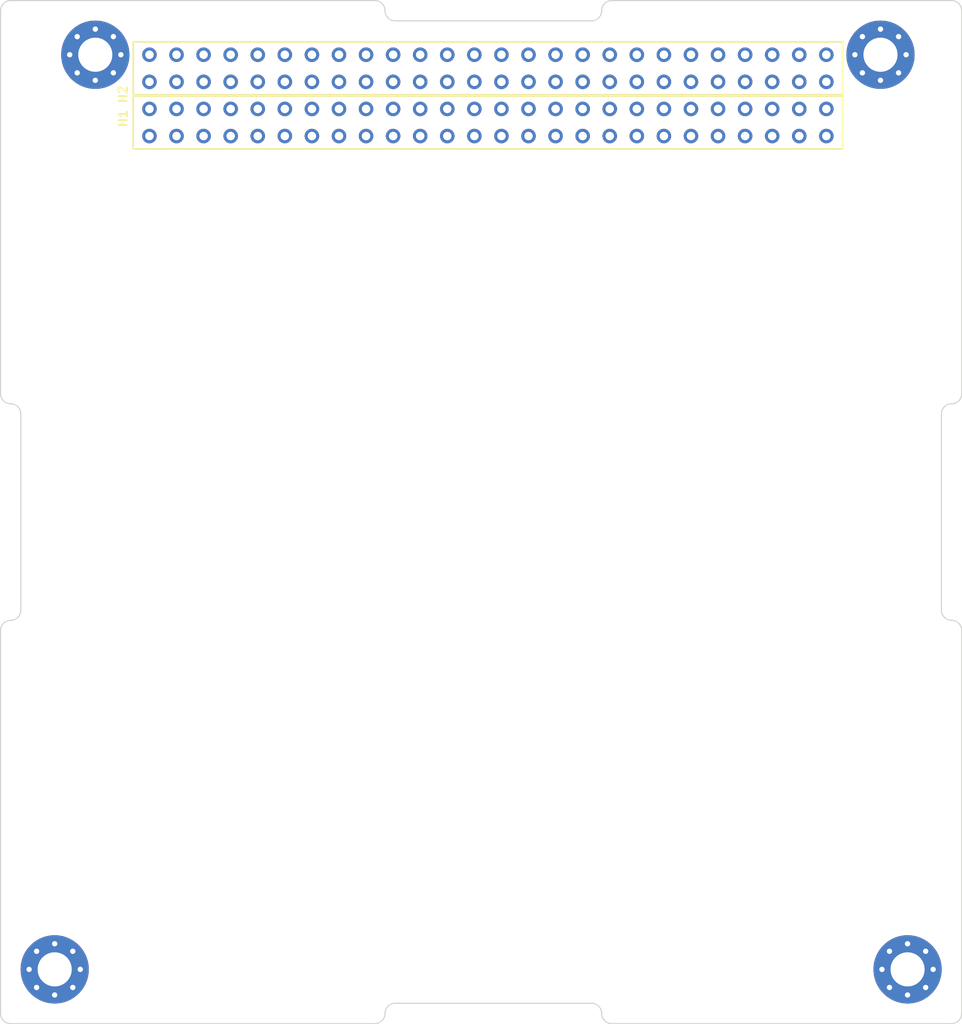
<source format=kicad_pcb>
(kicad_pcb (version 20240108) (generator "pcbnew") (generator_version "8.0")
  (layers (0 "F.Cu" signal) (31 "B.Cu" signal) (34 "B.Paste" user) (35 "F.Paste" user) (36 "B.SilkS" user "B.Silkscreen") (37 "F.SilkS" user "F.Silkscreen") (38 "B.Mask" user) (39 "F.Mask" user) (44 "Edge.Cuts" user))
  (property "PROJECTNAME" "")
  (property "SHEETTOTAL" "1")
  (net 0 "")
  (footprint "VST104_footprints:MountingHole_3.2mm_M3_Pad_Via" (layer "F.Cu") (at 189.784 48.683)
    (property "Reference" "MH2" (hide yes))
    (property "Value" "MountingHole_Pad" (hide yes))
    (pad "1" thru_hole circle (at -2.4 0) (size 0.8 0.8) (drill 0.5) (layers "*.Cu" "*.Mask"))
    (pad "1" thru_hole circle (at -1.697056 -1.697056) (size 0.8 0.8) (drill 0.5) (layers "*.Cu" "*.Mask"))
    (pad "1" thru_hole circle (at -1.697056 1.697056) (size 0.8 0.8) (drill 0.5) (layers "*.Cu" "*.Mask"))
    (pad "1" thru_hole circle (at 0 -2.4) (size 0.8 0.8) (drill 0.5) (layers "*.Cu" "*.Mask"))
    (pad "1" thru_hole circle (at 0 0) (size 6.4 6.4) (drill 3.2) (layers "*.Cu" "*.Mask"))
    (pad "1" thru_hole circle (at 0 2.4) (size 0.8 0.8) (drill 0.5) (layers "*.Cu" "*.Mask"))
    (pad "1" thru_hole circle (at 1.697056 -1.697056) (size 0.8 0.8) (drill 0.5) (layers "*.Cu" "*.Mask"))
    (pad "1" thru_hole circle (at 1.697056 1.697056) (size 0.8 0.8) (drill 0.5) (layers "*.Cu" "*.Mask"))
    (pad "1" thru_hole circle (at 2.4 0) (size 0.8 0.8) (drill 0.5) (layers "*.Cu" "*.Mask"))
  )
  (footprint "VST104_footprints:MountingHole_3.2mm_M3_Pad_Via" (layer "F.Cu") (at 192.324 134.408)
    (property "Reference" "MH3" (hide yes))
    (property "Value" "MountingHole_Pad" (hide yes))
    (pad "1" thru_hole circle (at -2.4 0) (size 0.8 0.8) (drill 0.5) (layers "*.Cu" "*.Mask"))
    (pad "1" thru_hole circle (at -1.697056 -1.697056) (size 0.8 0.8) (drill 0.5) (layers "*.Cu" "*.Mask"))
    (pad "1" thru_hole circle (at -1.697056 1.697056) (size 0.8 0.8) (drill 0.5) (layers "*.Cu" "*.Mask"))
    (pad "1" thru_hole circle (at 0 -2.4) (size 0.8 0.8) (drill 0.5) (layers "*.Cu" "*.Mask"))
    (pad "1" thru_hole circle (at 0 0) (size 6.4 6.4) (drill 3.2) (layers "*.Cu" "*.Mask"))
    (pad "1" thru_hole circle (at 0 2.4) (size 0.8 0.8) (drill 0.5) (layers "*.Cu" "*.Mask"))
    (pad "1" thru_hole circle (at 1.697056 -1.697056) (size 0.8 0.8) (drill 0.5) (layers "*.Cu" "*.Mask"))
    (pad "1" thru_hole circle (at 1.697056 1.697056) (size 0.8 0.8) (drill 0.5) (layers "*.Cu" "*.Mask"))
    (pad "1" thru_hole circle (at 2.4 0) (size 0.8 0.8) (drill 0.5) (layers "*.Cu" "*.Mask"))
  )
  (footprint "VST104_footprints:MountingHole_3.2mm_M3_Pad_Via" (layer "F.Cu") (at 116.124 48.683)
    (property "Reference" "MH1" (hide yes))
    (property "Value" "MountingHole_Pad" (hide yes))
    (pad "1" thru_hole circle (at -2.4 0) (size 0.8 0.8) (drill 0.5) (layers "*.Cu" "*.Mask"))
    (pad "1" thru_hole circle (at -1.697056 -1.697056) (size 0.8 0.8) (drill 0.5) (layers "*.Cu" "*.Mask"))
    (pad "1" thru_hole circle (at -1.697056 1.697056) (size 0.8 0.8) (drill 0.5) (layers "*.Cu" "*.Mask"))
    (pad "1" thru_hole circle (at 0 -2.4) (size 0.8 0.8) (drill 0.5) (layers "*.Cu" "*.Mask"))
    (pad "1" thru_hole circle (at 0 0) (size 6.4 6.4) (drill 3.2) (layers "*.Cu" "*.Mask"))
    (pad "1" thru_hole circle (at 0 2.4) (size 0.8 0.8) (drill 0.5) (layers "*.Cu" "*.Mask"))
    (pad "1" thru_hole circle (at 1.697056 -1.697056) (size 0.8 0.8) (drill 0.5) (layers "*.Cu" "*.Mask"))
    (pad "1" thru_hole circle (at 1.697056 1.697056) (size 0.8 0.8) (drill 0.5) (layers "*.Cu" "*.Mask"))
    (pad "1" thru_hole circle (at 2.4 0) (size 0.8 0.8) (drill 0.5) (layers "*.Cu" "*.Mask"))
  )
  (footprint "VST104_footprints:ESQ-126-39-x-D" (layer "F.Cu") (at 121.204 56.303)
    (property "Reference" "H1" (at -2.48 -1.645 90) (layer "F.SilkS") (effects (font (size 0.8 0.8) (thickness 0.16))))
    (property "Value" "Conn_02x26_Odd_Even")
    (fp_line (start -1.525 -3.745) (end -1.525 1.205) (stroke (width 0.16)) (layer "F.SilkS"))
    (fp_line (start -1.525 -3.745) (end 65.025 -3.745) (stroke (width 0.16)) (layer "F.SilkS"))
    (fp_line (start -1.525 1.205) (end 65.025 1.205) (stroke (width 0.16)) (layer "F.SilkS"))
    (fp_line (start 65.025 -3.745) (end 65.025 1.205) (stroke (width 0.16)) (layer "F.SilkS"))
    (pad "1" thru_hole circle (at 0 0) (size 1.365 1.365) (drill 0.8) (layers "*.Cu" "*.Mask") (clearance 0.2))
    (pad "2" thru_hole circle (at 0 -2.54) (size 1.365 1.365) (drill 0.8) (layers "*.Cu" "*.Mask") (clearance 0.2))
    (pad "3" thru_hole circle (at 2.54 0) (size 1.365 1.365) (drill 0.8) (layers "*.Cu" "*.Mask") (clearance 0.2))
    (pad "4" thru_hole circle (at 2.54 -2.54) (size 1.365 1.365) (drill 0.8) (layers "*.Cu" "*.Mask") (clearance 0.2))
    (pad "5" thru_hole circle (at 5.08 0) (size 1.365 1.365) (drill 0.8) (layers "*.Cu" "*.Mask") (clearance 0.2))
    (pad "6" thru_hole circle (at 5.08 -2.54) (size 1.365 1.365) (drill 0.8) (layers "*.Cu" "*.Mask") (clearance 0.2))
    (pad "7" thru_hole circle (at 7.62 0) (size 1.365 1.365) (drill 0.8) (layers "*.Cu" "*.Mask") (clearance 0.2))
    (pad "8" thru_hole circle (at 7.62 -2.54) (size 1.365 1.365) (drill 0.8) (layers "*.Cu" "*.Mask") (clearance 0.2))
    (pad "9" thru_hole circle (at 10.16 0) (size 1.365 1.365) (drill 0.8) (layers "*.Cu" "*.Mask") (clearance 0.2))
    (pad "10" thru_hole circle (at 10.16 -2.54) (size 1.365 1.365) (drill 0.8) (layers "*.Cu" "*.Mask") (clearance 0.2))
    (pad "11" thru_hole circle (at 12.7 0) (size 1.365 1.365) (drill 0.8) (layers "*.Cu" "*.Mask") (clearance 0.2))
    (pad "12" thru_hole circle (at 12.7 -2.54) (size 1.365 1.365) (drill 0.8) (layers "*.Cu" "*.Mask") (clearance 0.2))
    (pad "13" thru_hole circle (at 15.24 0) (size 1.365 1.365) (drill 0.8) (layers "*.Cu" "*.Mask") (clearance 0.2))
    (pad "14" thru_hole circle (at 15.24 -2.54) (size 1.365 1.365) (drill 0.8) (layers "*.Cu" "*.Mask") (clearance 0.2))
    (pad "15" thru_hole circle (at 17.78 0) (size 1.365 1.365) (drill 0.8) (layers "*.Cu" "*.Mask") (clearance 0.2))
    (pad "16" thru_hole circle (at 17.78 -2.54) (size 1.365 1.365) (drill 0.8) (layers "*.Cu" "*.Mask") (clearance 0.2))
    (pad "17" thru_hole circle (at 20.32 0) (size 1.365 1.365) (drill 0.8) (layers "*.Cu" "*.Mask") (clearance 0.2))
    (pad "18" thru_hole circle (at 20.32 -2.54) (size 1.365 1.365) (drill 0.8) (layers "*.Cu" "*.Mask") (clearance 0.2))
    (pad "19" thru_hole circle (at 22.86 0) (size 1.365 1.365) (drill 0.8) (layers "*.Cu" "*.Mask") (clearance 0.2))
    (pad "20" thru_hole circle (at 22.86 -2.54) (size 1.365 1.365) (drill 0.8) (layers "*.Cu" "*.Mask") (clearance 0.2))
    (pad "21" thru_hole circle (at 25.4 0) (size 1.365 1.365) (drill 0.8) (layers "*.Cu" "*.Mask") (clearance 0.2))
    (pad "22" thru_hole circle (at 25.4 -2.54) (size 1.365 1.365) (drill 0.8) (layers "*.Cu" "*.Mask") (clearance 0.2))
    (pad "23" thru_hole circle (at 27.94 0) (size 1.365 1.365) (drill 0.8) (layers "*.Cu" "*.Mask") (clearance 0.2))
    (pad "24" thru_hole circle (at 27.94 -2.54) (size 1.365 1.365) (drill 0.8) (layers "*.Cu" "*.Mask") (clearance 0.2))
    (pad "25" thru_hole circle (at 30.48 0) (size 1.365 1.365) (drill 0.8) (layers "*.Cu" "*.Mask") (clearance 0.2))
    (pad "26" thru_hole circle (at 30.48 -2.54) (size 1.365 1.365) (drill 0.8) (layers "*.Cu" "*.Mask") (clearance 0.2))
    (pad "27" thru_hole circle (at 33.02 0) (size 1.365 1.365) (drill 0.8) (layers "*.Cu" "*.Mask") (clearance 0.2))
    (pad "28" thru_hole circle (at 33.02 -2.54) (size 1.365 1.365) (drill 0.8) (layers "*.Cu" "*.Mask") (clearance 0.2))
    (pad "29" thru_hole circle (at 35.56 0) (size 1.365 1.365) (drill 0.8) (layers "*.Cu" "*.Mask") (clearance 0.2))
    (pad "30" thru_hole circle (at 35.56 -2.54) (size 1.365 1.365) (drill 0.8) (layers "*.Cu" "*.Mask") (clearance 0.2))
    (pad "31" thru_hole circle (at 38.1 0) (size 1.365 1.365) (drill 0.8) (layers "*.Cu" "*.Mask") (clearance 0.2))
    (pad "32" thru_hole circle (at 38.1 -2.54) (size 1.365 1.365) (drill 0.8) (layers "*.Cu" "*.Mask") (clearance 0.2))
    (pad "33" thru_hole circle (at 40.64 0) (size 1.365 1.365) (drill 0.8) (layers "*.Cu" "*.Mask") (clearance 0.2))
    (pad "34" thru_hole circle (at 40.64 -2.54) (size 1.365 1.365) (drill 0.8) (layers "*.Cu" "*.Mask") (clearance 0.2))
    (pad "35" thru_hole circle (at 43.18 0) (size 1.365 1.365) (drill 0.8) (layers "*.Cu" "*.Mask") (clearance 0.2))
    (pad "36" thru_hole circle (at 43.18 -2.54) (size 1.365 1.365) (drill 0.8) (layers "*.Cu" "*.Mask") (clearance 0.2))
    (pad "37" thru_hole circle (at 45.72 0) (size 1.365 1.365) (drill 0.8) (layers "*.Cu" "*.Mask") (clearance 0.2))
    (pad "38" thru_hole circle (at 45.72 -2.54) (size 1.365 1.365) (drill 0.8) (layers "*.Cu" "*.Mask") (clearance 0.2))
    (pad "39" thru_hole circle (at 48.26 0) (size 1.365 1.365) (drill 0.8) (layers "*.Cu" "*.Mask") (clearance 0.2))
    (pad "40" thru_hole circle (at 48.26 -2.54) (size 1.365 1.365) (drill 0.8) (layers "*.Cu" "*.Mask") (clearance 0.2))
    (pad "41" thru_hole circle (at 50.8 0) (size 1.365 1.365) (drill 0.8) (layers "*.Cu" "*.Mask") (clearance 0.2))
    (pad "42" thru_hole circle (at 50.8 -2.54) (size 1.365 1.365) (drill 0.8) (layers "*.Cu" "*.Mask") (clearance 0.2))
    (pad "43" thru_hole circle (at 53.34 0) (size 1.365 1.365) (drill 0.8) (layers "*.Cu" "*.Mask") (clearance 0.2))
    (pad "44" thru_hole circle (at 53.34 -2.54) (size 1.365 1.365) (drill 0.8) (layers "*.Cu" "*.Mask") (clearance 0.2))
    (pad "45" thru_hole circle (at 55.88 0) (size 1.365 1.365) (drill 0.8) (layers "*.Cu" "*.Mask") (clearance 0.2))
    (pad "46" thru_hole circle (at 55.88 -2.54) (size 1.365 1.365) (drill 0.8) (layers "*.Cu" "*.Mask") (clearance 0.2))
    (pad "47" thru_hole circle (at 58.42 0) (size 1.365 1.365) (drill 0.8) (layers "*.Cu" "*.Mask") (clearance 0.2))
    (pad "48" thru_hole circle (at 58.42 -2.54) (size 1.365 1.365) (drill 0.8) (layers "*.Cu" "*.Mask") (clearance 0.2))
    (pad "49" thru_hole circle (at 60.96 0) (size 1.365 1.365) (drill 0.8) (layers "*.Cu" "*.Mask") (clearance 0.2))
    (pad "50" thru_hole circle (at 60.96 -2.54) (size 1.365 1.365) (drill 0.8) (layers "*.Cu" "*.Mask") (clearance 0.2))
    (pad "51" thru_hole circle (at 63.5 0) (size 1.365 1.365) (drill 0.8) (layers "*.Cu" "*.Mask") (clearance 0.2))
    (pad "52" thru_hole circle (at 63.5 -2.54) (size 1.365 1.365) (drill 0.8) (layers "*.Cu" "*.Mask") (clearance 0.2))
  )
  (footprint "VST104_footprints:MountingHole_3.2mm_M3_Pad_Via" (layer "F.Cu") (at 112.314 134.408)
    (property "Reference" "MH4" (hide yes))
    (property "Value" "MountingHole_Pad" (hide yes))
    (pad "1" thru_hole circle (at -2.4 0) (size 0.8 0.8) (drill 0.5) (layers "*.Cu" "*.Mask"))
    (pad "1" thru_hole circle (at -1.697056 -1.697056) (size 0.8 0.8) (drill 0.5) (layers "*.Cu" "*.Mask"))
    (pad "1" thru_hole circle (at -1.697056 1.697056) (size 0.8 0.8) (drill 0.5) (layers "*.Cu" "*.Mask"))
    (pad "1" thru_hole circle (at 0 -2.4) (size 0.8 0.8) (drill 0.5) (layers "*.Cu" "*.Mask"))
    (pad "1" thru_hole circle (at 0 0) (size 6.4 6.4) (drill 3.2) (layers "*.Cu" "*.Mask"))
    (pad "1" thru_hole circle (at 0 2.4) (size 0.8 0.8) (drill 0.5) (layers "*.Cu" "*.Mask"))
    (pad "1" thru_hole circle (at 1.697056 -1.697056) (size 0.8 0.8) (drill 0.5) (layers "*.Cu" "*.Mask"))
    (pad "1" thru_hole circle (at 1.697056 1.697056) (size 0.8 0.8) (drill 0.5) (layers "*.Cu" "*.Mask"))
    (pad "1" thru_hole circle (at 2.4 0) (size 0.8 0.8) (drill 0.5) (layers "*.Cu" "*.Mask"))
  )
  (footprint "VST104_footprints:ESQ-126-39-x-D" (layer "F.Cu") (at 121.204 51.223)
    (property "Reference" "H2" (at -2.48 1.185 90) (layer "F.SilkS") (effects (font (size 0.8 0.8) (thickness 0.16))))
    (property "Value" "Conn_02x26_Odd_Even")
    (fp_line (start -1.525 -3.745) (end -1.525 1.205) (stroke (width 0.16)) (layer "F.SilkS"))
    (fp_line (start -1.525 -3.745) (end 65.025 -3.745) (stroke (width 0.16)) (layer "F.SilkS"))
    (fp_line (start -1.525 1.205) (end 65.025 1.205) (stroke (width 0.16)) (layer "F.SilkS"))
    (fp_line (start 65.025 -3.745) (end 65.025 1.205) (stroke (width 0.16)) (layer "F.SilkS"))
    (pad "1" thru_hole circle (at 0 0) (size 1.365 1.365) (drill 0.8) (layers "*.Cu" "*.Mask") (clearance 0.2))
    (pad "2" thru_hole circle (at 0 -2.54) (size 1.365 1.365) (drill 0.8) (layers "*.Cu" "*.Mask") (clearance 0.2))
    (pad "3" thru_hole circle (at 2.54 0) (size 1.365 1.365) (drill 0.8) (layers "*.Cu" "*.Mask") (clearance 0.2))
    (pad "4" thru_hole circle (at 2.54 -2.54) (size 1.365 1.365) (drill 0.8) (layers "*.Cu" "*.Mask") (clearance 0.2))
    (pad "5" thru_hole circle (at 5.08 0) (size 1.365 1.365) (drill 0.8) (layers "*.Cu" "*.Mask") (clearance 0.2))
    (pad "6" thru_hole circle (at 5.08 -2.54) (size 1.365 1.365) (drill 0.8) (layers "*.Cu" "*.Mask") (clearance 0.2))
    (pad "7" thru_hole circle (at 7.62 0) (size 1.365 1.365) (drill 0.8) (layers "*.Cu" "*.Mask") (clearance 0.2))
    (pad "8" thru_hole circle (at 7.62 -2.54) (size 1.365 1.365) (drill 0.8) (layers "*.Cu" "*.Mask") (clearance 0.2))
    (pad "9" thru_hole circle (at 10.16 0) (size 1.365 1.365) (drill 0.8) (layers "*.Cu" "*.Mask") (clearance 0.2))
    (pad "10" thru_hole circle (at 10.16 -2.54) (size 1.365 1.365) (drill 0.8) (layers "*.Cu" "*.Mask") (clearance 0.2))
    (pad "11" thru_hole circle (at 12.7 0) (size 1.365 1.365) (drill 0.8) (layers "*.Cu" "*.Mask") (clearance 0.2))
    (pad "12" thru_hole circle (at 12.7 -2.54) (size 1.365 1.365) (drill 0.8) (layers "*.Cu" "*.Mask") (clearance 0.2))
    (pad "13" thru_hole circle (at 15.24 0) (size 1.365 1.365) (drill 0.8) (layers "*.Cu" "*.Mask") (clearance 0.2))
    (pad "14" thru_hole circle (at 15.24 -2.54) (size 1.365 1.365) (drill 0.8) (layers "*.Cu" "*.Mask") (clearance 0.2))
    (pad "15" thru_hole circle (at 17.78 0) (size 1.365 1.365) (drill 0.8) (layers "*.Cu" "*.Mask") (clearance 0.2))
    (pad "16" thru_hole circle (at 17.78 -2.54) (size 1.365 1.365) (drill 0.8) (layers "*.Cu" "*.Mask") (clearance 0.2))
    (pad "17" thru_hole circle (at 20.32 0) (size 1.365 1.365) (drill 0.8) (layers "*.Cu" "*.Mask") (clearance 0.2))
    (pad "18" thru_hole circle (at 20.32 -2.54) (size 1.365 1.365) (drill 0.8) (layers "*.Cu" "*.Mask") (clearance 0.2))
    (pad "19" thru_hole circle (at 22.86 0) (size 1.365 1.365) (drill 0.8) (layers "*.Cu" "*.Mask") (clearance 0.2))
    (pad "20" thru_hole circle (at 22.86 -2.54) (size 1.365 1.365) (drill 0.8) (layers "*.Cu" "*.Mask") (clearance 0.2))
    (pad "21" thru_hole circle (at 25.4 0) (size 1.365 1.365) (drill 0.8) (layers "*.Cu" "*.Mask") (clearance 0.2))
    (pad "22" thru_hole circle (at 25.4 -2.54) (size 1.365 1.365) (drill 0.8) (layers "*.Cu" "*.Mask") (clearance 0.2))
    (pad "23" thru_hole circle (at 27.94 0) (size 1.365 1.365) (drill 0.8) (layers "*.Cu" "*.Mask") (clearance 0.2))
    (pad "24" thru_hole circle (at 27.94 -2.54) (size 1.365 1.365) (drill 0.8) (layers "*.Cu" "*.Mask") (clearance 0.2))
    (pad "25" thru_hole circle (at 30.48 0) (size 1.365 1.365) (drill 0.8) (layers "*.Cu" "*.Mask") (clearance 0.2))
    (pad "26" thru_hole circle (at 30.48 -2.54) (size 1.365 1.365) (drill 0.8) (layers "*.Cu" "*.Mask") (clearance 0.2))
    (pad "27" thru_hole circle (at 33.02 0) (size 1.365 1.365) (drill 0.8) (layers "*.Cu" "*.Mask") (clearance 0.2))
    (pad "28" thru_hole circle (at 33.02 -2.54) (size 1.365 1.365) (drill 0.8) (layers "*.Cu" "*.Mask") (clearance 0.2))
    (pad "29" thru_hole circle (at 35.56 0) (size 1.365 1.365) (drill 0.8) (layers "*.Cu" "*.Mask") (clearance 0.2))
    (pad "30" thru_hole circle (at 35.56 -2.54) (size 1.365 1.365) (drill 0.8) (layers "*.Cu" "*.Mask") (clearance 0.2))
    (pad "31" thru_hole circle (at 38.1 0) (size 1.365 1.365) (drill 0.8) (layers "*.Cu" "*.Mask") (clearance 0.2))
    (pad "32" thru_hole circle (at 38.1 -2.54) (size 1.365 1.365) (drill 0.8) (layers "*.Cu" "*.Mask") (clearance 0.2))
    (pad "33" thru_hole circle (at 40.64 0) (size 1.365 1.365) (drill 0.8) (layers "*.Cu" "*.Mask") (clearance 0.2))
    (pad "34" thru_hole circle (at 40.64 -2.54) (size 1.365 1.365) (drill 0.8) (layers "*.Cu" "*.Mask") (clearance 0.2))
    (pad "35" thru_hole circle (at 43.18 0) (size 1.365 1.365) (drill 0.8) (layers "*.Cu" "*.Mask") (clearance 0.2))
    (pad "36" thru_hole circle (at 43.18 -2.54) (size 1.365 1.365) (drill 0.8) (layers "*.Cu" "*.Mask") (clearance 0.2))
    (pad "37" thru_hole circle (at 45.72 0) (size 1.365 1.365) (drill 0.8) (layers "*.Cu" "*.Mask") (clearance 0.2))
    (pad "38" thru_hole circle (at 45.72 -2.54) (size 1.365 1.365) (drill 0.8) (layers "*.Cu" "*.Mask") (clearance 0.2))
    (pad "39" thru_hole circle (at 48.26 0) (size 1.365 1.365) (drill 0.8) (layers "*.Cu" "*.Mask") (clearance 0.2))
    (pad "40" thru_hole circle (at 48.26 -2.54) (size 1.365 1.365) (drill 0.8) (layers "*.Cu" "*.Mask") (clearance 0.2))
    (pad "41" thru_hole circle (at 50.8 0) (size 1.365 1.365) (drill 0.8) (layers "*.Cu" "*.Mask") (clearance 0.2))
    (pad "42" thru_hole circle (at 50.8 -2.54) (size 1.365 1.365) (drill 0.8) (layers "*.Cu" "*.Mask") (clearance 0.2))
    (pad "43" thru_hole circle (at 53.34 0) (size 1.365 1.365) (drill 0.8) (layers "*.Cu" "*.Mask") (clearance 0.2))
    (pad "44" thru_hole circle (at 53.34 -2.54) (size 1.365 1.365) (drill 0.8) (layers "*.Cu" "*.Mask") (clearance 0.2))
    (pad "45" thru_hole circle (at 55.88 0) (size 1.365 1.365) (drill 0.8) (layers "*.Cu" "*.Mask") (clearance 0.2))
    (pad "46" thru_hole circle (at 55.88 -2.54) (size 1.365 1.365) (drill 0.8) (layers "*.Cu" "*.Mask") (clearance 0.2))
    (pad "47" thru_hole circle (at 58.42 0) (size 1.365 1.365) (drill 0.8) (layers "*.Cu" "*.Mask") (clearance 0.2))
    (pad "48" thru_hole circle (at 58.42 -2.54) (size 1.365 1.365) (drill 0.8) (layers "*.Cu" "*.Mask") (clearance 0.2))
    (pad "49" thru_hole circle (at 60.96 0) (size 1.365 1.365) (drill 0.8) (layers "*.Cu" "*.Mask") (clearance 0.2))
    (pad "50" thru_hole circle (at 60.96 -2.54) (size 1.365 1.365) (drill 0.8) (layers "*.Cu" "*.Mask") (clearance 0.2))
    (pad "51" thru_hole circle (at 63.5 0) (size 1.365 1.365) (drill 0.8) (layers "*.Cu" "*.Mask") (clearance 0.2))
    (pad "52" thru_hole circle (at 63.5 -2.54) (size 1.365 1.365) (drill 0.8) (layers "*.Cu" "*.Mask") (clearance 0.2))
  )
  (gr_line (start 197.404 44.5555) (end 197.404 80.4457) (stroke (width 0.1)) (layer "Edge.Cuts"))
  (gr_line (start 107.234 102.6453) (end 107.234 138.5355) (stroke (width 0.1)) (layer "Edge.Cuts"))
  (gr_line (start 109.139 82.3507) (end 109.139 100.7403) (stroke (width 0.1)) (layer "Edge.Cuts"))
  (gr_arc (start 196.4515 43.603) (mid 197.125019 43.881981) (end 197.404 44.5555) (stroke (width 0.1)) (layer "Edge.Cuts"))
  (gr_arc (start 107.234 102.6453) (mid 107.512981 101.971781) (end 108.1865 101.6928) (stroke (width 0.1)) (layer "Edge.Cuts"))
  (gr_arc (start 196.4515 101.6928) (mid 195.777981 101.413819) (end 195.499 100.7403) (stroke (width 0.1)) (layer "Edge.Cuts"))
  (gr_line (start 197.404 102.6453) (end 197.404 138.5355) (stroke (width 0.1)) (layer "Edge.Cuts"))
  (gr_line (start 108.1865 139.488) (end 142.3495 139.488) (stroke (width 0.1)) (layer "Edge.Cuts"))
  (gr_arc (start 109.139 100.7403) (mid 108.860019 101.413819) (end 108.1865 101.6928) (stroke (width 0.1)) (layer "Edge.Cuts"))
  (gr_line (start 144.2545 45.508) (end 162.6695 45.508) (stroke (width 0.1)) (layer "Edge.Cuts"))
  (gr_line (start 195.499 82.3507) (end 195.499 100.7403) (stroke (width 0.1)) (layer "Edge.Cuts"))
  (gr_arc (start 197.404 138.5355) (mid 197.125019 139.209019) (end 196.4515 139.488) (stroke (width 0.1)) (layer "Edge.Cuts"))
  (gr_arc (start 195.499 82.3507) (mid 195.777981 81.677181) (end 196.4515 81.3982) (stroke (width 0.1)) (layer "Edge.Cuts"))
  (gr_arc (start 197.404 80.4457) (mid 197.125019 81.119219) (end 196.4515 81.3982) (stroke (width 0.1)) (layer "Edge.Cuts"))
  (gr_arc (start 143.302 138.5355) (mid 143.023019 139.209019) (end 142.3495 139.488) (stroke (width 0.1)) (layer "Edge.Cuts"))
  (gr_arc (start 164.5745 139.488) (mid 163.900981 139.209019) (end 163.622 138.5355) (stroke (width 0.1)) (layer "Edge.Cuts"))
  (gr_arc (start 108.1865 81.3982) (mid 108.860019 81.677181) (end 109.139 82.3507) (stroke (width 0.1)) (layer "Edge.Cuts"))
  (gr_arc (start 142.3495 43.603) (mid 143.023019 43.881981) (end 143.302 44.5555) (stroke (width 0.1)) (layer "Edge.Cuts"))
  (gr_arc (start 163.622 44.5555) (mid 163.900981 43.881981) (end 164.5745 43.603) (stroke (width 0.1)) (layer "Edge.Cuts"))
  (gr_line (start 144.2545 137.583) (end 162.6695 137.583) (stroke (width 0.1)) (layer "Edge.Cuts"))
  (gr_arc (start 196.4515 101.6928) (mid 197.125019 101.971781) (end 197.404 102.6453) (stroke (width 0.1)) (layer "Edge.Cuts"))
  (gr_arc (start 144.2545 45.508) (mid 143.580981 45.229019) (end 143.302 44.5555) (stroke (width 0.1)) (layer "Edge.Cuts"))
  (gr_line (start 164.5745 139.488) (end 196.4515 139.488) (stroke (width 0.1)) (layer "Edge.Cuts"))
  (gr_arc (start 163.622 44.5555) (mid 163.343019 45.229019) (end 162.6695 45.508) (stroke (width 0.1)) (layer "Edge.Cuts"))
  (gr_arc (start 107.234 44.5555) (mid 107.512981 43.881981) (end 108.1865 43.603) (stroke (width 0.1)) (layer "Edge.Cuts"))
  (gr_arc (start 108.1865 139.488) (mid 107.512981 139.209019) (end 107.234 138.5355) (stroke (width 0.1)) (layer "Edge.Cuts"))
  (gr_line (start 108.1865 43.603) (end 142.3495 43.603) (stroke (width 0.1)) (layer "Edge.Cuts"))
  (gr_arc (start 108.1865 81.3982) (mid 107.512981 81.119219) (end 107.234 80.4457) (stroke (width 0.1)) (layer "Edge.Cuts"))
  (gr_arc (start 162.6695 137.583) (mid 163.343019 137.861981) (end 163.622 138.5355) (stroke (width 0.1)) (layer "Edge.Cuts"))
  (gr_line (start 107.234 44.5555) (end 107.234 80.4457) (stroke (width 0.1)) (layer "Edge.Cuts"))
  (gr_line (start 164.5745 43.603) (end 196.4515 43.603) (stroke (width 0.1)) (layer "Edge.Cuts"))
  (gr_arc (start 143.302 138.5355) (mid 143.580981 137.861981) (end 144.2545 137.583) (stroke (width 0.1)) (layer "Edge.Cuts"))
)
</source>
